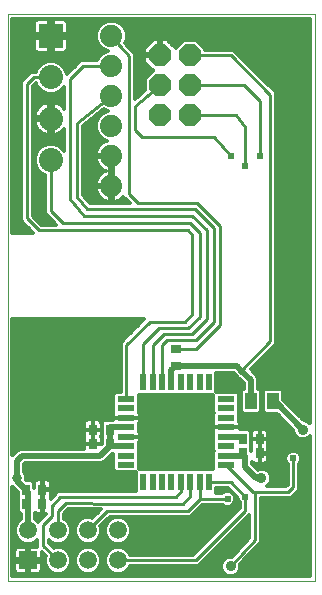
<source format=gtl>
G75*
%MOIN*%
%OFA0B0*%
%FSLAX25Y25*%
%IPPOS*%
%LPD*%
%AMOC8*
5,1,8,0,0,1.08239X$1,22.5*
%
%ADD10C,0.00000*%
%ADD11R,0.02600X0.03700*%
%ADD12R,0.03700X0.02600*%
%ADD13C,0.07400*%
%ADD14OC8,0.07400*%
%ADD15R,0.05937X0.05937*%
%ADD16C,0.05937*%
%ADD17R,0.04000X0.05500*%
%ADD18R,0.08000X0.08000*%
%ADD19C,0.08000*%
%ADD20R,0.05800X0.02000*%
%ADD21R,0.02000X0.05800*%
%ADD22C,0.02000*%
%ADD23C,0.01000*%
%ADD24C,0.03169*%
%ADD25C,0.03562*%
%ADD26C,0.02400*%
%ADD27C,0.01200*%
D10*
X0001850Y0001600D02*
X0001850Y0190400D01*
X0104250Y0190400D01*
X0104212Y0001600D01*
X0001850Y0001600D01*
D11*
X0007850Y0027200D03*
X0007850Y0032000D03*
X0013450Y0032000D03*
X0013450Y0027200D03*
X0030288Y0047234D03*
X0030222Y0051977D03*
X0035822Y0051977D03*
X0035888Y0047234D03*
X0080250Y0048800D03*
X0080250Y0044094D03*
X0085850Y0044094D03*
X0085850Y0048800D03*
D12*
X0057850Y0073200D03*
X0057850Y0078800D03*
D13*
X0036450Y0133200D03*
X0036450Y0143200D03*
X0036450Y0153200D03*
X0036450Y0163200D03*
X0036450Y0173200D03*
X0036450Y0183200D03*
D14*
X0052650Y0176800D03*
X0052650Y0166800D03*
X0052650Y0156800D03*
X0062650Y0156800D03*
X0062650Y0166800D03*
X0062650Y0176800D03*
D15*
X0008646Y0008400D03*
D16*
X0008646Y0018400D03*
X0018646Y0018400D03*
X0018646Y0008400D03*
X0028646Y0008400D03*
X0028646Y0018400D03*
X0038646Y0018400D03*
X0038646Y0008400D03*
D17*
X0082950Y0061398D03*
X0090350Y0061398D03*
D18*
X0016250Y0183200D03*
D19*
X0016250Y0169420D03*
X0016250Y0155641D03*
X0016250Y0141861D03*
D20*
X0041350Y0062200D03*
X0041350Y0059100D03*
X0041350Y0055900D03*
X0041350Y0052800D03*
X0041350Y0049600D03*
X0041350Y0046500D03*
X0041350Y0043300D03*
X0041350Y0040200D03*
X0074750Y0040200D03*
X0074750Y0043300D03*
X0074750Y0046500D03*
X0074750Y0049600D03*
X0074750Y0052800D03*
X0074750Y0055900D03*
X0074750Y0059100D03*
X0074750Y0062200D03*
D21*
X0069050Y0067900D03*
X0065950Y0067900D03*
X0062750Y0067900D03*
X0059650Y0067900D03*
X0056450Y0067900D03*
X0053350Y0067900D03*
X0050150Y0067900D03*
X0047050Y0067900D03*
X0047050Y0034500D03*
X0050150Y0034500D03*
X0053350Y0034500D03*
X0056450Y0034500D03*
X0059650Y0034500D03*
X0062750Y0034500D03*
X0065950Y0034500D03*
X0069050Y0034500D03*
D22*
X0074750Y0043300D02*
X0079456Y0043300D01*
X0080250Y0044094D01*
X0081050Y0043294D01*
X0081050Y0039400D01*
X0084650Y0035800D01*
X0086450Y0035800D01*
X0080250Y0043200D02*
X0080250Y0044094D01*
X0080250Y0048800D02*
X0079450Y0049600D01*
X0074750Y0049600D01*
X0082950Y0061398D02*
X0082950Y0068497D01*
X0079748Y0071698D01*
X0078263Y0073184D01*
X0057866Y0073184D01*
X0057850Y0073200D01*
X0056450Y0071800D01*
X0056450Y0067900D01*
X0041350Y0052800D02*
X0035822Y0052800D01*
X0035822Y0051977D01*
X0035888Y0051977D01*
X0035888Y0047234D01*
X0035888Y0046500D01*
X0032588Y0043200D01*
X0006650Y0043200D01*
X0005050Y0041600D01*
X0005050Y0036000D01*
X0005050Y0034800D01*
X0007850Y0032000D01*
X0008646Y0031204D01*
X0008646Y0026404D01*
X0007850Y0027200D01*
X0008646Y0026404D02*
X0008646Y0018400D01*
X0035888Y0046500D02*
X0041350Y0046500D01*
X0090350Y0061398D02*
X0090852Y0061398D01*
X0100250Y0052000D01*
D23*
X0097050Y0042400D02*
X0097050Y0032800D01*
X0095450Y0031200D01*
X0084250Y0031200D01*
X0084250Y0015200D01*
X0076250Y0006400D01*
X0064490Y0008435D02*
X0081050Y0024995D01*
X0081050Y0029600D01*
X0076150Y0034500D01*
X0069050Y0034500D01*
X0069050Y0036000D01*
X0065950Y0034500D02*
X0065950Y0028900D01*
X0075132Y0028897D01*
X0083750Y0031200D02*
X0074750Y0040200D01*
X0083750Y0031200D02*
X0084250Y0031200D01*
X0065950Y0028900D02*
X0061850Y0024800D01*
X0035046Y0024800D01*
X0028646Y0018400D01*
X0025795Y0027385D02*
X0034606Y0027373D01*
X0060179Y0027373D01*
X0062750Y0029945D01*
X0062750Y0034500D01*
X0059650Y0034500D02*
X0059650Y0031400D01*
X0057850Y0029600D01*
X0019450Y0029600D01*
X0016612Y0026381D01*
X0016612Y0023088D01*
X0013687Y0020251D01*
X0013687Y0013359D01*
X0018646Y0008400D01*
X0018646Y0018400D02*
X0018650Y0018404D01*
X0018650Y0024800D01*
X0021235Y0027385D01*
X0025795Y0027385D01*
X0038646Y0008400D02*
X0064490Y0008435D01*
X0041350Y0062200D02*
X0041367Y0062217D01*
X0041367Y0080162D01*
X0049206Y0088000D01*
X0061050Y0088000D01*
X0063450Y0090400D01*
X0063450Y0116800D01*
X0061850Y0118400D01*
X0012250Y0118400D01*
X0008250Y0122400D01*
X0008250Y0167200D01*
X0010470Y0169420D01*
X0016250Y0169420D01*
X0022650Y0168800D02*
X0022650Y0128800D01*
X0027450Y0123200D01*
X0063450Y0123200D01*
X0068250Y0118400D01*
X0068250Y0088800D01*
X0063450Y0084000D01*
X0053850Y0084000D01*
X0050150Y0080300D01*
X0050150Y0067900D01*
X0050174Y0067924D01*
X0047050Y0067900D02*
X0047050Y0067900D01*
X0047050Y0080600D01*
X0052387Y0085936D01*
X0061838Y0085936D01*
X0065850Y0089600D01*
X0065850Y0117600D01*
X0062650Y0120800D01*
X0020250Y0120800D01*
X0016250Y0124800D01*
X0016250Y0141861D01*
X0025050Y0129600D02*
X0025050Y0154200D01*
X0036450Y0163200D01*
X0036450Y0173200D02*
X0027050Y0173200D01*
X0022650Y0168800D01*
X0036450Y0183200D02*
X0042250Y0176600D01*
X0042250Y0130600D01*
X0045250Y0127600D01*
X0064850Y0127600D01*
X0072650Y0119800D01*
X0072650Y0086800D01*
X0064650Y0078800D01*
X0057850Y0078800D01*
X0054874Y0081891D02*
X0064529Y0081877D01*
X0070650Y0088000D01*
X0070650Y0119200D01*
X0064250Y0125600D01*
X0028250Y0125600D01*
X0025050Y0129600D01*
X0046650Y0149600D02*
X0044250Y0152000D01*
X0044250Y0160000D01*
X0052650Y0166800D01*
X0062650Y0166800D02*
X0080650Y0166800D01*
X0085850Y0161600D01*
X0085850Y0143200D01*
X0081050Y0140000D02*
X0081050Y0152800D01*
X0077850Y0156800D01*
X0062650Y0156800D01*
X0070650Y0149600D02*
X0046650Y0149600D01*
X0062650Y0176800D02*
X0076250Y0176800D01*
X0089450Y0163600D01*
X0089450Y0081400D01*
X0079748Y0071698D01*
X0054874Y0081891D02*
X0053350Y0080300D01*
X0053350Y0067900D01*
X0076250Y0143300D02*
X0070650Y0149600D01*
D24*
X0005050Y0036000D03*
D25*
X0018650Y0036400D03*
X0076250Y0006400D03*
X0086450Y0035800D03*
X0093650Y0026200D03*
X0100250Y0052000D03*
D26*
X0097050Y0042400D03*
X0081050Y0029600D03*
X0075132Y0028897D03*
X0081050Y0140000D03*
X0085850Y0143200D03*
X0076250Y0143300D03*
D27*
X0088742Y0166995D02*
X0102645Y0166995D01*
X0102646Y0168193D02*
X0087544Y0168193D01*
X0086345Y0169392D02*
X0102646Y0169392D01*
X0102646Y0170590D02*
X0085147Y0170590D01*
X0083948Y0171789D02*
X0102646Y0171789D01*
X0102647Y0172987D02*
X0082750Y0172987D01*
X0081551Y0174186D02*
X0102647Y0174186D01*
X0102647Y0175384D02*
X0080353Y0175384D01*
X0079154Y0176583D02*
X0102647Y0176583D01*
X0102647Y0177781D02*
X0077956Y0177781D01*
X0077037Y0178700D02*
X0067750Y0178700D01*
X0067750Y0178912D01*
X0064762Y0181900D01*
X0060538Y0181900D01*
X0057791Y0179154D01*
X0054845Y0182100D01*
X0053050Y0182100D01*
X0053050Y0177200D01*
X0052250Y0177200D01*
X0052250Y0182100D01*
X0050455Y0182100D01*
X0047350Y0178995D01*
X0047350Y0177200D01*
X0052250Y0177200D01*
X0052250Y0176400D01*
X0047350Y0176400D01*
X0047350Y0174605D01*
X0050296Y0171659D01*
X0047550Y0168912D01*
X0047550Y0165116D01*
X0044150Y0162364D01*
X0044150Y0176539D01*
X0044197Y0177263D01*
X0044150Y0177316D01*
X0044150Y0177387D01*
X0043637Y0177900D01*
X0041012Y0180887D01*
X0041550Y0182186D01*
X0041550Y0184214D01*
X0040774Y0186089D01*
X0039339Y0187524D01*
X0037464Y0188300D01*
X0035436Y0188300D01*
X0033561Y0187524D01*
X0032126Y0186089D01*
X0031350Y0184214D01*
X0031350Y0182186D01*
X0032126Y0180311D01*
X0033561Y0178876D01*
X0035194Y0178200D01*
X0033561Y0177524D01*
X0032126Y0176089D01*
X0031717Y0175100D01*
X0026263Y0175100D01*
X0021650Y0170487D01*
X0021650Y0170495D01*
X0020828Y0172479D01*
X0019309Y0173998D01*
X0017324Y0174820D01*
X0015176Y0174820D01*
X0013191Y0173998D01*
X0011672Y0172479D01*
X0011192Y0171320D01*
X0009683Y0171320D01*
X0007463Y0169100D01*
X0006350Y0167987D01*
X0006350Y0121613D01*
X0010350Y0117613D01*
X0010363Y0117600D01*
X0003450Y0117600D01*
X0003450Y0188800D01*
X0102650Y0188800D01*
X0102623Y0054126D01*
X0102052Y0054697D01*
X0100883Y0055181D01*
X0100463Y0055181D01*
X0093750Y0061894D01*
X0093750Y0064727D01*
X0092930Y0065548D01*
X0087770Y0065548D01*
X0086950Y0064727D01*
X0086950Y0058068D01*
X0087770Y0057248D01*
X0091608Y0057248D01*
X0097069Y0051787D01*
X0097069Y0051367D01*
X0097553Y0050198D01*
X0098448Y0049303D01*
X0099617Y0048819D01*
X0100883Y0048819D01*
X0102052Y0049303D01*
X0102622Y0049873D01*
X0102613Y0003200D01*
X0003450Y0003200D01*
X0003450Y0033006D01*
X0005150Y0031306D01*
X0005150Y0024770D01*
X0005970Y0023950D01*
X0006246Y0023950D01*
X0006246Y0022134D01*
X0006172Y0022103D01*
X0004943Y0020875D01*
X0004278Y0019269D01*
X0004278Y0017531D01*
X0004943Y0015925D01*
X0006172Y0014697D01*
X0007777Y0014031D01*
X0009515Y0014031D01*
X0011121Y0014697D01*
X0011787Y0015363D01*
X0011787Y0012968D01*
X0009031Y0012968D01*
X0009031Y0008784D01*
X0013215Y0008784D01*
X0013215Y0011145D01*
X0014516Y0009844D01*
X0014278Y0009269D01*
X0014278Y0007531D01*
X0014943Y0005925D01*
X0016172Y0004697D01*
X0017777Y0004031D01*
X0019515Y0004031D01*
X0021121Y0004697D01*
X0022350Y0005925D01*
X0023015Y0007531D01*
X0023015Y0009269D01*
X0022350Y0010875D01*
X0021121Y0012103D01*
X0019515Y0012768D01*
X0017777Y0012768D01*
X0017203Y0012530D01*
X0015587Y0014146D01*
X0015587Y0015281D01*
X0016172Y0014697D01*
X0017777Y0014031D01*
X0019515Y0014031D01*
X0021121Y0014697D01*
X0022350Y0015925D01*
X0023015Y0017531D01*
X0023015Y0019269D01*
X0022350Y0020875D01*
X0021121Y0022103D01*
X0020550Y0022340D01*
X0020550Y0024013D01*
X0022022Y0025485D01*
X0025791Y0025485D01*
X0033035Y0025475D01*
X0030090Y0022530D01*
X0029515Y0022768D01*
X0027777Y0022768D01*
X0026172Y0022103D01*
X0024943Y0020875D01*
X0024278Y0019269D01*
X0024278Y0017531D01*
X0024943Y0015925D01*
X0026172Y0014697D01*
X0027777Y0014031D01*
X0029515Y0014031D01*
X0031121Y0014697D01*
X0032350Y0015925D01*
X0033015Y0017531D01*
X0033015Y0019269D01*
X0032777Y0019844D01*
X0035833Y0022900D01*
X0062637Y0022900D01*
X0063750Y0024013D01*
X0066737Y0027000D01*
X0073354Y0026998D01*
X0073659Y0026693D01*
X0074614Y0026297D01*
X0075649Y0026297D01*
X0076604Y0026693D01*
X0077336Y0027425D01*
X0077732Y0028380D01*
X0077732Y0029415D01*
X0077336Y0030370D01*
X0076604Y0031102D01*
X0075649Y0031497D01*
X0074614Y0031497D01*
X0073659Y0031102D01*
X0073355Y0030798D01*
X0071228Y0030799D01*
X0071450Y0031020D01*
X0071450Y0032600D01*
X0075363Y0032600D01*
X0078450Y0029513D01*
X0078450Y0029083D01*
X0078846Y0028127D01*
X0079150Y0027823D01*
X0079150Y0025782D01*
X0063702Y0010334D01*
X0042586Y0010305D01*
X0042350Y0010875D01*
X0041121Y0012103D01*
X0039515Y0012768D01*
X0037777Y0012768D01*
X0036172Y0012103D01*
X0034943Y0010875D01*
X0034278Y0009269D01*
X0034278Y0007531D01*
X0034943Y0005925D01*
X0036172Y0004697D01*
X0037777Y0004031D01*
X0039515Y0004031D01*
X0041121Y0004697D01*
X0042350Y0005925D01*
X0042590Y0006505D01*
X0064487Y0006535D01*
X0065277Y0006535D01*
X0065278Y0006536D01*
X0065280Y0006536D01*
X0065832Y0007091D01*
X0082350Y0023608D01*
X0082350Y0015935D01*
X0076574Y0009581D01*
X0075617Y0009581D01*
X0074448Y0009097D01*
X0073553Y0008202D01*
X0073069Y0007033D01*
X0073069Y0005767D01*
X0073553Y0004598D01*
X0074448Y0003703D01*
X0075617Y0003219D01*
X0076883Y0003219D01*
X0078052Y0003703D01*
X0078947Y0004598D01*
X0079431Y0005767D01*
X0079431Y0007033D01*
X0079419Y0007062D01*
X0085625Y0013888D01*
X0086150Y0014413D01*
X0086150Y0014465D01*
X0086185Y0014504D01*
X0086150Y0015245D01*
X0086150Y0029300D01*
X0096237Y0029300D01*
X0097837Y0030900D01*
X0098950Y0032013D01*
X0098950Y0040623D01*
X0099254Y0040927D01*
X0099650Y0041883D01*
X0099650Y0042917D01*
X0099254Y0043873D01*
X0098523Y0044604D01*
X0097567Y0045000D01*
X0096533Y0045000D01*
X0095577Y0044604D01*
X0094846Y0043873D01*
X0094450Y0042917D01*
X0094450Y0041883D01*
X0094846Y0040927D01*
X0095150Y0040623D01*
X0095150Y0033587D01*
X0094663Y0033100D01*
X0088244Y0033100D01*
X0088252Y0033103D01*
X0089147Y0033998D01*
X0089631Y0035167D01*
X0089631Y0036433D01*
X0089147Y0037602D01*
X0088252Y0038497D01*
X0087083Y0038981D01*
X0085817Y0038981D01*
X0085142Y0038702D01*
X0083450Y0040394D01*
X0083450Y0041081D01*
X0083568Y0040963D01*
X0083932Y0040753D01*
X0084339Y0040644D01*
X0085800Y0040644D01*
X0085800Y0044044D01*
X0085900Y0044044D01*
X0085900Y0044144D01*
X0085800Y0044144D01*
X0085800Y0047544D01*
X0085800Y0048750D01*
X0085900Y0048750D01*
X0085900Y0048850D01*
X0085800Y0048850D01*
X0085800Y0052250D01*
X0084339Y0052250D01*
X0083932Y0052141D01*
X0083568Y0051930D01*
X0083270Y0051632D01*
X0083059Y0051268D01*
X0082950Y0050861D01*
X0082950Y0048850D01*
X0085800Y0048850D01*
X0085800Y0048750D01*
X0082950Y0048750D01*
X0082950Y0046739D01*
X0083028Y0046447D01*
X0082950Y0046154D01*
X0082950Y0044788D01*
X0082950Y0051230D01*
X0082130Y0052050D01*
X0079250Y0052050D01*
X0079250Y0052800D01*
X0079250Y0054011D01*
X0079141Y0054418D01*
X0079050Y0054575D01*
X0079050Y0057480D01*
X0079030Y0057500D01*
X0079050Y0057520D01*
X0079050Y0063780D01*
X0078230Y0064600D01*
X0071450Y0064600D01*
X0071450Y0070784D01*
X0077269Y0070784D01*
X0078389Y0069664D01*
X0080550Y0067503D01*
X0080550Y0065548D01*
X0080370Y0065548D01*
X0079550Y0064727D01*
X0079550Y0058068D01*
X0080370Y0057248D01*
X0085530Y0057248D01*
X0086350Y0058068D01*
X0086350Y0064727D01*
X0085530Y0065548D01*
X0085350Y0065548D01*
X0085350Y0068974D01*
X0084985Y0069856D01*
X0082789Y0072052D01*
X0091350Y0080613D01*
X0091350Y0164387D01*
X0077037Y0178700D01*
X0067683Y0178980D02*
X0102648Y0178980D01*
X0102648Y0180178D02*
X0066484Y0180178D01*
X0065286Y0181377D02*
X0102648Y0181377D01*
X0102648Y0182575D02*
X0041550Y0182575D01*
X0041550Y0183774D02*
X0102649Y0183774D01*
X0102649Y0184972D02*
X0041236Y0184972D01*
X0040692Y0186171D02*
X0102649Y0186171D01*
X0102649Y0187369D02*
X0039493Y0187369D01*
X0041215Y0181377D02*
X0049731Y0181377D01*
X0048533Y0180178D02*
X0041635Y0180178D01*
X0042688Y0178980D02*
X0047350Y0178980D01*
X0047350Y0177781D02*
X0043756Y0177781D01*
X0044153Y0176583D02*
X0052250Y0176583D01*
X0052250Y0177781D02*
X0053050Y0177781D01*
X0053050Y0178980D02*
X0052250Y0178980D01*
X0052250Y0180178D02*
X0053050Y0180178D01*
X0053050Y0181377D02*
X0052250Y0181377D01*
X0055569Y0181377D02*
X0060014Y0181377D01*
X0058816Y0180178D02*
X0056767Y0180178D01*
X0050166Y0171789D02*
X0044150Y0171789D01*
X0044150Y0172987D02*
X0048968Y0172987D01*
X0047769Y0174186D02*
X0044150Y0174186D01*
X0044150Y0175384D02*
X0047350Y0175384D01*
X0049228Y0170590D02*
X0044150Y0170590D01*
X0044150Y0169392D02*
X0048029Y0169392D01*
X0047550Y0168193D02*
X0044150Y0168193D01*
X0044150Y0166995D02*
X0047550Y0166995D01*
X0047550Y0165796D02*
X0044150Y0165796D01*
X0044150Y0164598D02*
X0046910Y0164598D01*
X0045429Y0163399D02*
X0044150Y0163399D01*
X0035194Y0158200D02*
X0033561Y0157524D01*
X0032126Y0156089D01*
X0031350Y0154214D01*
X0031350Y0152186D01*
X0032126Y0150311D01*
X0033561Y0148876D01*
X0034971Y0148292D01*
X0034416Y0148112D01*
X0033672Y0147733D01*
X0032997Y0147243D01*
X0032407Y0146653D01*
X0031917Y0145978D01*
X0031538Y0145234D01*
X0031280Y0144441D01*
X0031150Y0143617D01*
X0031150Y0143600D01*
X0036050Y0143600D01*
X0036050Y0142800D01*
X0036850Y0142800D01*
X0036850Y0133600D01*
X0036050Y0133600D01*
X0036050Y0137900D01*
X0036050Y0142800D01*
X0031150Y0142800D01*
X0031150Y0142783D01*
X0031280Y0141959D01*
X0031538Y0141166D01*
X0031917Y0140422D01*
X0032407Y0139747D01*
X0032997Y0139157D01*
X0033672Y0138667D01*
X0034416Y0138288D01*
X0034687Y0138200D01*
X0034416Y0138112D01*
X0033672Y0137733D01*
X0032997Y0137243D01*
X0032407Y0136653D01*
X0031917Y0135978D01*
X0031538Y0135234D01*
X0031280Y0134441D01*
X0031150Y0133617D01*
X0031150Y0133600D01*
X0036050Y0133600D01*
X0036050Y0132800D01*
X0031150Y0132800D01*
X0031150Y0132783D01*
X0031280Y0131959D01*
X0031538Y0131166D01*
X0031917Y0130422D01*
X0032407Y0129747D01*
X0032997Y0129157D01*
X0033672Y0128667D01*
X0034416Y0128288D01*
X0035209Y0128030D01*
X0036033Y0127900D01*
X0036050Y0127900D01*
X0036050Y0132800D01*
X0036850Y0132800D01*
X0036850Y0127900D01*
X0036867Y0127900D01*
X0037691Y0128030D01*
X0038484Y0128288D01*
X0039228Y0128667D01*
X0039903Y0129157D01*
X0040454Y0129709D01*
X0042663Y0127500D01*
X0029163Y0127500D01*
X0026950Y0130266D01*
X0026950Y0153279D01*
X0033875Y0158746D01*
X0035194Y0158200D01*
X0034216Y0158605D02*
X0033696Y0158605D01*
X0033444Y0157406D02*
X0032178Y0157406D01*
X0032245Y0156208D02*
X0030660Y0156208D01*
X0031679Y0155009D02*
X0029142Y0155009D01*
X0027623Y0153811D02*
X0031350Y0153811D01*
X0031350Y0152612D02*
X0026950Y0152612D01*
X0026950Y0151414D02*
X0031670Y0151414D01*
X0032222Y0150215D02*
X0026950Y0150215D01*
X0026950Y0149017D02*
X0033421Y0149017D01*
X0033840Y0147818D02*
X0026950Y0147818D01*
X0026950Y0146620D02*
X0032384Y0146620D01*
X0031634Y0145421D02*
X0026950Y0145421D01*
X0026950Y0144223D02*
X0031246Y0144223D01*
X0031324Y0141826D02*
X0026950Y0141826D01*
X0026950Y0143024D02*
X0036050Y0143024D01*
X0036050Y0141826D02*
X0036850Y0141826D01*
X0036850Y0140627D02*
X0036050Y0140627D01*
X0036050Y0139429D02*
X0036850Y0139429D01*
X0036850Y0138230D02*
X0036050Y0138230D01*
X0036050Y0137032D02*
X0036850Y0137032D01*
X0036850Y0135833D02*
X0036050Y0135833D01*
X0036050Y0134635D02*
X0036850Y0134635D01*
X0036050Y0133436D02*
X0026950Y0133436D01*
X0026950Y0132238D02*
X0031236Y0132238D01*
X0031603Y0131039D02*
X0026950Y0131039D01*
X0027291Y0129841D02*
X0032339Y0129841D01*
X0033721Y0128642D02*
X0028249Y0128642D01*
X0026950Y0134635D02*
X0031343Y0134635D01*
X0031843Y0135833D02*
X0026950Y0135833D01*
X0026950Y0137032D02*
X0032786Y0137032D01*
X0034594Y0138230D02*
X0026950Y0138230D01*
X0026950Y0139429D02*
X0032726Y0139429D01*
X0031812Y0140627D02*
X0026950Y0140627D01*
X0020750Y0144998D02*
X0019309Y0146439D01*
X0017324Y0147261D01*
X0015176Y0147261D01*
X0013191Y0146439D01*
X0011672Y0144920D01*
X0010850Y0142936D01*
X0010850Y0140787D01*
X0011672Y0138803D01*
X0013191Y0137284D01*
X0014350Y0136804D01*
X0014350Y0124013D01*
X0015463Y0122900D01*
X0018063Y0120300D01*
X0013037Y0120300D01*
X0010150Y0123187D01*
X0010150Y0166413D01*
X0011211Y0167474D01*
X0011672Y0166362D01*
X0013191Y0164843D01*
X0015176Y0164020D01*
X0017324Y0164020D01*
X0019309Y0164843D01*
X0020750Y0166284D01*
X0020750Y0158974D01*
X0020521Y0159289D01*
X0019898Y0159912D01*
X0019185Y0160430D01*
X0018400Y0160831D01*
X0017561Y0161103D01*
X0016831Y0161219D01*
X0016831Y0156222D01*
X0015669Y0156222D01*
X0015669Y0161219D01*
X0014939Y0161103D01*
X0014100Y0160831D01*
X0013315Y0160430D01*
X0012602Y0159912D01*
X0011979Y0159289D01*
X0011460Y0158576D01*
X0011060Y0157791D01*
X0010788Y0156952D01*
X0010672Y0156222D01*
X0015669Y0156222D01*
X0015669Y0155060D01*
X0010672Y0155060D01*
X0010788Y0154330D01*
X0011060Y0153491D01*
X0011460Y0152706D01*
X0011979Y0151993D01*
X0012602Y0151370D01*
X0013315Y0150851D01*
X0014100Y0150451D01*
X0014939Y0150179D01*
X0015669Y0150063D01*
X0015669Y0155060D01*
X0016831Y0155060D01*
X0016831Y0150063D01*
X0017561Y0150179D01*
X0018400Y0150451D01*
X0019185Y0150851D01*
X0019898Y0151370D01*
X0020521Y0151993D01*
X0020750Y0152307D01*
X0020750Y0144998D01*
X0020750Y0145421D02*
X0020327Y0145421D01*
X0020750Y0146620D02*
X0018873Y0146620D01*
X0020750Y0147818D02*
X0010150Y0147818D01*
X0010150Y0146620D02*
X0013627Y0146620D01*
X0012173Y0145421D02*
X0010150Y0145421D01*
X0010150Y0144223D02*
X0011383Y0144223D01*
X0010887Y0143024D02*
X0010150Y0143024D01*
X0010150Y0141826D02*
X0010850Y0141826D01*
X0010916Y0140627D02*
X0010150Y0140627D01*
X0010150Y0139429D02*
X0011413Y0139429D01*
X0012244Y0138230D02*
X0010150Y0138230D01*
X0010150Y0137032D02*
X0013799Y0137032D01*
X0014350Y0135833D02*
X0010150Y0135833D01*
X0010150Y0134635D02*
X0014350Y0134635D01*
X0014350Y0133436D02*
X0010150Y0133436D01*
X0010150Y0132238D02*
X0014350Y0132238D01*
X0014350Y0131039D02*
X0010150Y0131039D01*
X0010150Y0129841D02*
X0014350Y0129841D01*
X0014350Y0128642D02*
X0010150Y0128642D01*
X0010150Y0127444D02*
X0014350Y0127444D01*
X0014350Y0126245D02*
X0010150Y0126245D01*
X0010150Y0125047D02*
X0014350Y0125047D01*
X0014515Y0123848D02*
X0010150Y0123848D01*
X0010687Y0122650D02*
X0015713Y0122650D01*
X0016912Y0121451D02*
X0011886Y0121451D01*
X0008909Y0119054D02*
X0003450Y0119054D01*
X0003450Y0117856D02*
X0010107Y0117856D01*
X0007710Y0120253D02*
X0003450Y0120253D01*
X0003450Y0121451D02*
X0006512Y0121451D01*
X0006350Y0122650D02*
X0003450Y0122650D01*
X0003450Y0123848D02*
X0006350Y0123848D01*
X0006350Y0125047D02*
X0003450Y0125047D01*
X0003450Y0126245D02*
X0006350Y0126245D01*
X0006350Y0127444D02*
X0003450Y0127444D01*
X0003450Y0128642D02*
X0006350Y0128642D01*
X0006350Y0129841D02*
X0003450Y0129841D01*
X0003450Y0131039D02*
X0006350Y0131039D01*
X0006350Y0132238D02*
X0003450Y0132238D01*
X0003450Y0133436D02*
X0006350Y0133436D01*
X0006350Y0134635D02*
X0003450Y0134635D01*
X0003450Y0135833D02*
X0006350Y0135833D01*
X0006350Y0137032D02*
X0003450Y0137032D01*
X0003450Y0138230D02*
X0006350Y0138230D01*
X0006350Y0139429D02*
X0003450Y0139429D01*
X0003450Y0140627D02*
X0006350Y0140627D01*
X0006350Y0141826D02*
X0003450Y0141826D01*
X0003450Y0143024D02*
X0006350Y0143024D01*
X0006350Y0144223D02*
X0003450Y0144223D01*
X0003450Y0145421D02*
X0006350Y0145421D01*
X0006350Y0146620D02*
X0003450Y0146620D01*
X0003450Y0147818D02*
X0006350Y0147818D01*
X0006350Y0149017D02*
X0003450Y0149017D01*
X0003450Y0150215D02*
X0006350Y0150215D01*
X0006350Y0151414D02*
X0003450Y0151414D01*
X0003450Y0152612D02*
X0006350Y0152612D01*
X0006350Y0153811D02*
X0003450Y0153811D01*
X0003450Y0155009D02*
X0006350Y0155009D01*
X0006350Y0156208D02*
X0003450Y0156208D01*
X0003450Y0157406D02*
X0006350Y0157406D01*
X0006350Y0158605D02*
X0003450Y0158605D01*
X0003450Y0159803D02*
X0006350Y0159803D01*
X0006350Y0161002D02*
X0003450Y0161002D01*
X0003450Y0162201D02*
X0006350Y0162201D01*
X0006350Y0163399D02*
X0003450Y0163399D01*
X0003450Y0164598D02*
X0006350Y0164598D01*
X0006350Y0165796D02*
X0003450Y0165796D01*
X0003450Y0166995D02*
X0006350Y0166995D01*
X0006556Y0168193D02*
X0003450Y0168193D01*
X0003450Y0169392D02*
X0007755Y0169392D01*
X0008953Y0170590D02*
X0003450Y0170590D01*
X0003450Y0171789D02*
X0011386Y0171789D01*
X0012180Y0172987D02*
X0003450Y0172987D01*
X0003450Y0174186D02*
X0013643Y0174186D01*
X0012039Y0177600D02*
X0015669Y0177600D01*
X0015669Y0182619D01*
X0016831Y0182619D01*
X0016831Y0177600D01*
X0020461Y0177600D01*
X0020868Y0177709D01*
X0021232Y0177920D01*
X0021530Y0178218D01*
X0021741Y0178582D01*
X0021850Y0178989D01*
X0021850Y0182619D01*
X0016831Y0182619D01*
X0016831Y0183781D01*
X0015669Y0183781D01*
X0015669Y0182619D01*
X0010650Y0182619D01*
X0010650Y0178989D01*
X0010759Y0178582D01*
X0010970Y0178218D01*
X0011268Y0177920D01*
X0011632Y0177709D01*
X0012039Y0177600D01*
X0011507Y0177781D02*
X0003450Y0177781D01*
X0003450Y0176583D02*
X0032620Y0176583D01*
X0031835Y0175384D02*
X0003450Y0175384D01*
X0003450Y0178980D02*
X0010653Y0178980D01*
X0010650Y0180178D02*
X0003450Y0180178D01*
X0003450Y0181377D02*
X0010650Y0181377D01*
X0010650Y0182575D02*
X0003450Y0182575D01*
X0003450Y0183774D02*
X0015669Y0183774D01*
X0015669Y0183781D02*
X0010650Y0183781D01*
X0010650Y0187411D01*
X0010759Y0187818D01*
X0010970Y0188182D01*
X0011268Y0188480D01*
X0011632Y0188691D01*
X0012039Y0188800D01*
X0015669Y0188800D01*
X0015669Y0183781D01*
X0016831Y0183781D02*
X0016831Y0188800D01*
X0020461Y0188800D01*
X0020868Y0188691D01*
X0021232Y0188480D01*
X0021530Y0188182D01*
X0021741Y0187818D01*
X0021850Y0187411D01*
X0021850Y0183781D01*
X0016831Y0183781D01*
X0016831Y0183774D02*
X0031350Y0183774D01*
X0031350Y0182575D02*
X0021850Y0182575D01*
X0021850Y0181377D02*
X0031685Y0181377D01*
X0032259Y0180178D02*
X0021850Y0180178D01*
X0021847Y0178980D02*
X0033458Y0178980D01*
X0034183Y0177781D02*
X0020992Y0177781D01*
X0018857Y0174186D02*
X0025349Y0174186D01*
X0024150Y0172987D02*
X0020320Y0172987D01*
X0021114Y0171789D02*
X0022952Y0171789D01*
X0021753Y0170590D02*
X0021610Y0170590D01*
X0020750Y0165796D02*
X0020262Y0165796D01*
X0020750Y0164598D02*
X0018717Y0164598D01*
X0020750Y0163399D02*
X0010150Y0163399D01*
X0010150Y0162201D02*
X0020750Y0162201D01*
X0020750Y0161002D02*
X0017872Y0161002D01*
X0016831Y0161002D02*
X0015669Y0161002D01*
X0014628Y0161002D02*
X0010150Y0161002D01*
X0010150Y0159803D02*
X0012493Y0159803D01*
X0011482Y0158605D02*
X0010150Y0158605D01*
X0010150Y0157406D02*
X0010935Y0157406D01*
X0010150Y0156208D02*
X0015669Y0156208D01*
X0015669Y0157406D02*
X0016831Y0157406D01*
X0016831Y0158605D02*
X0015669Y0158605D01*
X0015669Y0159803D02*
X0016831Y0159803D01*
X0016831Y0155009D02*
X0015669Y0155009D01*
X0015669Y0153811D02*
X0016831Y0153811D01*
X0016831Y0152612D02*
X0015669Y0152612D01*
X0015669Y0151414D02*
X0016831Y0151414D01*
X0016831Y0150215D02*
X0015669Y0150215D01*
X0014826Y0150215D02*
X0010150Y0150215D01*
X0010150Y0149017D02*
X0020750Y0149017D01*
X0020750Y0150215D02*
X0017674Y0150215D01*
X0019943Y0151414D02*
X0020750Y0151414D01*
X0020750Y0159803D02*
X0020007Y0159803D01*
X0013783Y0164598D02*
X0010150Y0164598D01*
X0010150Y0165796D02*
X0012238Y0165796D01*
X0011410Y0166995D02*
X0010732Y0166995D01*
X0015669Y0177781D02*
X0016831Y0177781D01*
X0016831Y0178980D02*
X0015669Y0178980D01*
X0015669Y0180178D02*
X0016831Y0180178D01*
X0016831Y0181377D02*
X0015669Y0181377D01*
X0015669Y0182575D02*
X0016831Y0182575D01*
X0016831Y0184972D02*
X0015669Y0184972D01*
X0015669Y0186171D02*
X0016831Y0186171D01*
X0016831Y0187369D02*
X0015669Y0187369D01*
X0015669Y0188568D02*
X0016831Y0188568D01*
X0021081Y0188568D02*
X0102650Y0188568D01*
X0102645Y0165796D02*
X0089941Y0165796D01*
X0091139Y0164598D02*
X0102645Y0164598D01*
X0102645Y0163399D02*
X0091350Y0163399D01*
X0091350Y0162201D02*
X0102644Y0162201D01*
X0102644Y0161002D02*
X0091350Y0161002D01*
X0091350Y0159803D02*
X0102644Y0159803D01*
X0102644Y0158605D02*
X0091350Y0158605D01*
X0091350Y0157406D02*
X0102643Y0157406D01*
X0102643Y0156208D02*
X0091350Y0156208D01*
X0091350Y0155009D02*
X0102643Y0155009D01*
X0102643Y0153811D02*
X0091350Y0153811D01*
X0091350Y0152612D02*
X0102642Y0152612D01*
X0102642Y0151414D02*
X0091350Y0151414D01*
X0091350Y0150215D02*
X0102642Y0150215D01*
X0102642Y0149017D02*
X0091350Y0149017D01*
X0091350Y0147818D02*
X0102641Y0147818D01*
X0102641Y0146620D02*
X0091350Y0146620D01*
X0091350Y0145421D02*
X0102641Y0145421D01*
X0102641Y0144223D02*
X0091350Y0144223D01*
X0091350Y0143024D02*
X0102641Y0143024D01*
X0102640Y0141826D02*
X0091350Y0141826D01*
X0091350Y0140627D02*
X0102640Y0140627D01*
X0102640Y0139429D02*
X0091350Y0139429D01*
X0091350Y0138230D02*
X0102640Y0138230D01*
X0102639Y0137032D02*
X0091350Y0137032D01*
X0091350Y0135833D02*
X0102639Y0135833D01*
X0102639Y0134635D02*
X0091350Y0134635D01*
X0091350Y0133436D02*
X0102639Y0133436D01*
X0102638Y0132238D02*
X0091350Y0132238D01*
X0091350Y0131039D02*
X0102638Y0131039D01*
X0102638Y0129841D02*
X0091350Y0129841D01*
X0091350Y0128642D02*
X0102638Y0128642D01*
X0102637Y0127444D02*
X0091350Y0127444D01*
X0091350Y0126245D02*
X0102637Y0126245D01*
X0102637Y0125047D02*
X0091350Y0125047D01*
X0091350Y0123848D02*
X0102637Y0123848D01*
X0102636Y0122650D02*
X0091350Y0122650D01*
X0091350Y0121451D02*
X0102636Y0121451D01*
X0102636Y0120253D02*
X0091350Y0120253D01*
X0091350Y0119054D02*
X0102636Y0119054D01*
X0102635Y0117856D02*
X0091350Y0117856D01*
X0091350Y0116657D02*
X0102635Y0116657D01*
X0102635Y0115459D02*
X0091350Y0115459D01*
X0091350Y0114260D02*
X0102635Y0114260D01*
X0102635Y0113062D02*
X0091350Y0113062D01*
X0091350Y0111863D02*
X0102634Y0111863D01*
X0102634Y0110665D02*
X0091350Y0110665D01*
X0091350Y0109466D02*
X0102634Y0109466D01*
X0102634Y0108268D02*
X0091350Y0108268D01*
X0091350Y0107069D02*
X0102633Y0107069D01*
X0102633Y0105870D02*
X0091350Y0105870D01*
X0091350Y0104672D02*
X0102633Y0104672D01*
X0102633Y0103473D02*
X0091350Y0103473D01*
X0091350Y0102275D02*
X0102632Y0102275D01*
X0102632Y0101076D02*
X0091350Y0101076D01*
X0091350Y0099878D02*
X0102632Y0099878D01*
X0102632Y0098679D02*
X0091350Y0098679D01*
X0091350Y0097481D02*
X0102631Y0097481D01*
X0102631Y0096282D02*
X0091350Y0096282D01*
X0091350Y0095084D02*
X0102631Y0095084D01*
X0102631Y0093885D02*
X0091350Y0093885D01*
X0091350Y0092687D02*
X0102630Y0092687D01*
X0102630Y0091488D02*
X0091350Y0091488D01*
X0091350Y0090290D02*
X0102630Y0090290D01*
X0102630Y0089091D02*
X0091350Y0089091D01*
X0091350Y0087893D02*
X0102629Y0087893D01*
X0102629Y0086694D02*
X0091350Y0086694D01*
X0091350Y0085496D02*
X0102629Y0085496D01*
X0102629Y0084297D02*
X0091350Y0084297D01*
X0091350Y0083099D02*
X0102629Y0083099D01*
X0102628Y0081900D02*
X0091350Y0081900D01*
X0091350Y0080702D02*
X0102628Y0080702D01*
X0102628Y0079503D02*
X0090240Y0079503D01*
X0089042Y0078305D02*
X0102628Y0078305D01*
X0102627Y0077106D02*
X0087843Y0077106D01*
X0086645Y0075908D02*
X0102627Y0075908D01*
X0102627Y0074709D02*
X0085446Y0074709D01*
X0084248Y0073511D02*
X0102627Y0073511D01*
X0102626Y0072312D02*
X0083049Y0072312D01*
X0083727Y0071114D02*
X0102626Y0071114D01*
X0102626Y0069915D02*
X0084926Y0069915D01*
X0085350Y0068717D02*
X0102626Y0068717D01*
X0102625Y0067518D02*
X0085350Y0067518D01*
X0085350Y0066320D02*
X0102625Y0066320D01*
X0102625Y0065121D02*
X0093356Y0065121D01*
X0093750Y0063923D02*
X0102625Y0063923D01*
X0102624Y0062724D02*
X0093750Y0062724D01*
X0094119Y0061526D02*
X0102624Y0061526D01*
X0102624Y0060327D02*
X0095317Y0060327D01*
X0096516Y0059129D02*
X0102624Y0059129D01*
X0102623Y0057930D02*
X0097714Y0057930D01*
X0098913Y0056732D02*
X0102623Y0056732D01*
X0102623Y0055533D02*
X0100111Y0055533D01*
X0102414Y0054334D02*
X0102623Y0054334D01*
X0102622Y0049540D02*
X0102289Y0049540D01*
X0102622Y0048342D02*
X0088750Y0048342D01*
X0088750Y0048750D02*
X0088750Y0046739D01*
X0088672Y0046447D01*
X0088750Y0046154D01*
X0088750Y0044144D01*
X0085900Y0044144D01*
X0085900Y0048750D01*
X0088750Y0048750D01*
X0088750Y0048850D02*
X0088750Y0050861D01*
X0088641Y0051268D01*
X0088430Y0051632D01*
X0088132Y0051930D01*
X0087768Y0052141D01*
X0087361Y0052250D01*
X0085900Y0052250D01*
X0085900Y0048850D01*
X0088750Y0048850D01*
X0088750Y0049540D02*
X0098211Y0049540D01*
X0097329Y0050739D02*
X0088750Y0050739D01*
X0088120Y0051937D02*
X0096918Y0051937D01*
X0095720Y0053136D02*
X0079250Y0053136D01*
X0079250Y0052800D02*
X0074750Y0052800D01*
X0074750Y0052800D01*
X0074750Y0052800D01*
X0070250Y0052800D01*
X0070250Y0054011D01*
X0070359Y0054418D01*
X0070450Y0054575D01*
X0070450Y0057480D01*
X0070470Y0057500D01*
X0070450Y0057520D01*
X0070450Y0063600D01*
X0064370Y0063600D01*
X0064350Y0063620D01*
X0064330Y0063600D01*
X0058070Y0063600D01*
X0058050Y0063620D01*
X0058030Y0063600D01*
X0051770Y0063600D01*
X0051750Y0063620D01*
X0051730Y0063600D01*
X0045650Y0063600D01*
X0045650Y0057675D01*
X0045741Y0057518D01*
X0045850Y0057111D01*
X0045850Y0055900D01*
X0041350Y0055900D01*
X0041350Y0055900D01*
X0045850Y0055900D01*
X0045850Y0054689D01*
X0045741Y0054282D01*
X0045650Y0054125D01*
X0045650Y0051375D01*
X0045741Y0051218D01*
X0045850Y0050811D01*
X0045850Y0049600D01*
X0041350Y0049600D01*
X0041350Y0049600D01*
X0045850Y0049600D01*
X0045850Y0048389D01*
X0045741Y0047982D01*
X0045650Y0047825D01*
X0045650Y0044920D01*
X0045630Y0044900D01*
X0045650Y0044880D01*
X0045650Y0038800D01*
X0051730Y0038800D01*
X0051750Y0038780D01*
X0051770Y0038800D01*
X0058030Y0038800D01*
X0058050Y0038780D01*
X0058070Y0038800D01*
X0064330Y0038800D01*
X0064350Y0038780D01*
X0064370Y0038800D01*
X0070450Y0038800D01*
X0070450Y0044880D01*
X0070470Y0044900D01*
X0070450Y0044920D01*
X0070450Y0051025D01*
X0070359Y0051182D01*
X0070250Y0051589D01*
X0070250Y0052800D01*
X0074750Y0052800D01*
X0079250Y0052800D01*
X0079163Y0054334D02*
X0094521Y0054334D01*
X0093323Y0055533D02*
X0079050Y0055533D01*
X0079050Y0056732D02*
X0092124Y0056732D01*
X0087344Y0065121D02*
X0085956Y0065121D01*
X0086350Y0063923D02*
X0086950Y0063923D01*
X0086950Y0062724D02*
X0086350Y0062724D01*
X0086350Y0061526D02*
X0086950Y0061526D01*
X0086950Y0060327D02*
X0086350Y0060327D01*
X0086350Y0059129D02*
X0086950Y0059129D01*
X0087088Y0057930D02*
X0086212Y0057930D01*
X0085900Y0051937D02*
X0085800Y0051937D01*
X0085800Y0050739D02*
X0085900Y0050739D01*
X0085900Y0049540D02*
X0085800Y0049540D01*
X0085800Y0048342D02*
X0085900Y0048342D01*
X0085900Y0047143D02*
X0085800Y0047143D01*
X0085800Y0045945D02*
X0085900Y0045945D01*
X0085900Y0044746D02*
X0085800Y0044746D01*
X0085900Y0044044D02*
X0088750Y0044044D01*
X0088750Y0042033D01*
X0088641Y0041626D01*
X0088430Y0041261D01*
X0088132Y0040963D01*
X0087768Y0040753D01*
X0087361Y0040644D01*
X0085900Y0040644D01*
X0085900Y0044044D01*
X0085900Y0043548D02*
X0085800Y0043548D01*
X0085800Y0042349D02*
X0085900Y0042349D01*
X0085900Y0041151D02*
X0085800Y0041151D01*
X0085269Y0038754D02*
X0085090Y0038754D01*
X0083892Y0039952D02*
X0095150Y0039952D01*
X0095150Y0038754D02*
X0087631Y0038754D01*
X0089166Y0037555D02*
X0095150Y0037555D01*
X0095150Y0036357D02*
X0089631Y0036357D01*
X0089627Y0035158D02*
X0095150Y0035158D01*
X0095150Y0033960D02*
X0089109Y0033960D01*
X0086150Y0029166D02*
X0102618Y0029166D01*
X0102618Y0030364D02*
X0097301Y0030364D01*
X0098500Y0031563D02*
X0102618Y0031563D01*
X0102618Y0032761D02*
X0098950Y0032761D01*
X0098950Y0033960D02*
X0102619Y0033960D01*
X0102619Y0035158D02*
X0098950Y0035158D01*
X0098950Y0036357D02*
X0102619Y0036357D01*
X0102619Y0037555D02*
X0098950Y0037555D01*
X0098950Y0038754D02*
X0102620Y0038754D01*
X0102620Y0039952D02*
X0098950Y0039952D01*
X0099347Y0041151D02*
X0102620Y0041151D01*
X0102620Y0042349D02*
X0099650Y0042349D01*
X0099389Y0043548D02*
X0102621Y0043548D01*
X0102621Y0044746D02*
X0098179Y0044746D01*
X0095921Y0044746D02*
X0088750Y0044746D01*
X0088750Y0043548D02*
X0094711Y0043548D01*
X0094450Y0042349D02*
X0088750Y0042349D01*
X0088320Y0041151D02*
X0094753Y0041151D01*
X0088750Y0045945D02*
X0102621Y0045945D01*
X0102621Y0047143D02*
X0088750Y0047143D01*
X0083580Y0051937D02*
X0082242Y0051937D01*
X0082950Y0050739D02*
X0082950Y0050739D01*
X0082950Y0049540D02*
X0082950Y0049540D01*
X0082950Y0048342D02*
X0082950Y0048342D01*
X0082950Y0047143D02*
X0082950Y0047143D01*
X0082950Y0045945D02*
X0082950Y0045945D01*
X0082950Y0044788D02*
X0082950Y0044788D01*
X0079688Y0057930D02*
X0079050Y0057930D01*
X0079050Y0059129D02*
X0079550Y0059129D01*
X0079550Y0060327D02*
X0079050Y0060327D01*
X0079050Y0061526D02*
X0079550Y0061526D01*
X0079550Y0062724D02*
X0079050Y0062724D01*
X0078907Y0063923D02*
X0079550Y0063923D01*
X0079944Y0065121D02*
X0071450Y0065121D01*
X0071450Y0066320D02*
X0080550Y0066320D01*
X0080535Y0067518D02*
X0071450Y0067518D01*
X0071450Y0068717D02*
X0079336Y0068717D01*
X0078138Y0069915D02*
X0071450Y0069915D01*
X0070450Y0062724D02*
X0045650Y0062724D01*
X0045650Y0061526D02*
X0070450Y0061526D01*
X0070450Y0060327D02*
X0045650Y0060327D01*
X0045650Y0059129D02*
X0070450Y0059129D01*
X0070450Y0057930D02*
X0045650Y0057930D01*
X0045850Y0056732D02*
X0070450Y0056732D01*
X0070450Y0055533D02*
X0045850Y0055533D01*
X0045755Y0054334D02*
X0070337Y0054334D01*
X0070250Y0053136D02*
X0045650Y0053136D01*
X0045650Y0051937D02*
X0070250Y0051937D01*
X0070450Y0050739D02*
X0045850Y0050739D01*
X0045850Y0049540D02*
X0070450Y0049540D01*
X0070450Y0048342D02*
X0045837Y0048342D01*
X0045650Y0047143D02*
X0070450Y0047143D01*
X0070450Y0045945D02*
X0045650Y0045945D01*
X0045650Y0044746D02*
X0070450Y0044746D01*
X0070450Y0043548D02*
X0045650Y0043548D01*
X0045650Y0042349D02*
X0070450Y0042349D01*
X0070450Y0041151D02*
X0045650Y0041151D01*
X0045650Y0039952D02*
X0070450Y0039952D01*
X0071450Y0031563D02*
X0076400Y0031563D01*
X0077338Y0030364D02*
X0077599Y0030364D01*
X0077732Y0029166D02*
X0078450Y0029166D01*
X0079006Y0027967D02*
X0077561Y0027967D01*
X0076680Y0026769D02*
X0079150Y0026769D01*
X0078938Y0025570D02*
X0065307Y0025570D01*
X0064109Y0024372D02*
X0077739Y0024372D01*
X0076541Y0023173D02*
X0062910Y0023173D01*
X0063750Y0024013D02*
X0063750Y0024013D01*
X0066506Y0026769D02*
X0073583Y0026769D01*
X0075342Y0021975D02*
X0041250Y0021975D01*
X0041121Y0022103D02*
X0039515Y0022768D01*
X0037777Y0022768D01*
X0036172Y0022103D01*
X0034943Y0020875D01*
X0034278Y0019269D01*
X0034278Y0017531D01*
X0034943Y0015925D01*
X0036172Y0014697D01*
X0037777Y0014031D01*
X0039515Y0014031D01*
X0041121Y0014697D01*
X0042350Y0015925D01*
X0043015Y0017531D01*
X0043015Y0019269D01*
X0042350Y0020875D01*
X0041121Y0022103D01*
X0042391Y0020776D02*
X0074144Y0020776D01*
X0072945Y0019578D02*
X0042887Y0019578D01*
X0043015Y0018379D02*
X0071747Y0018379D01*
X0070548Y0017181D02*
X0042870Y0017181D01*
X0042373Y0015982D02*
X0069350Y0015982D01*
X0068151Y0014784D02*
X0041208Y0014784D01*
X0040437Y0012387D02*
X0065754Y0012387D01*
X0066953Y0013585D02*
X0016148Y0013585D01*
X0016085Y0014784D02*
X0015587Y0014784D01*
X0014370Y0009990D02*
X0013215Y0009990D01*
X0013215Y0008791D02*
X0014278Y0008791D01*
X0014278Y0007593D02*
X0013215Y0007593D01*
X0013215Y0008016D02*
X0013215Y0005221D01*
X0013106Y0004814D01*
X0012895Y0004449D01*
X0012597Y0004151D01*
X0012232Y0003941D01*
X0011825Y0003831D01*
X0009031Y0003831D01*
X0009031Y0008016D01*
X0009031Y0008784D01*
X0008262Y0008784D01*
X0008262Y0008016D01*
X0004078Y0008016D01*
X0004078Y0005221D01*
X0004187Y0004814D01*
X0004398Y0004449D01*
X0004695Y0004151D01*
X0005060Y0003941D01*
X0005467Y0003831D01*
X0008262Y0003831D01*
X0008262Y0008016D01*
X0009031Y0008016D01*
X0013215Y0008016D01*
X0013215Y0006394D02*
X0014749Y0006394D01*
X0015673Y0005196D02*
X0013208Y0005196D01*
X0012330Y0003997D02*
X0074154Y0003997D01*
X0073306Y0005196D02*
X0041620Y0005196D01*
X0042544Y0006394D02*
X0073069Y0006394D01*
X0073301Y0007593D02*
X0066334Y0007593D01*
X0067533Y0008791D02*
X0074142Y0008791D01*
X0071128Y0012387D02*
X0079125Y0012387D01*
X0080214Y0013585D02*
X0072327Y0013585D01*
X0073525Y0014784D02*
X0081304Y0014784D01*
X0082350Y0015982D02*
X0074724Y0015982D01*
X0075922Y0017181D02*
X0082350Y0017181D01*
X0082350Y0018379D02*
X0077121Y0018379D01*
X0078319Y0019578D02*
X0082350Y0019578D01*
X0082350Y0020776D02*
X0079518Y0020776D01*
X0080716Y0021975D02*
X0082350Y0021975D01*
X0082350Y0023173D02*
X0081915Y0023173D01*
X0086150Y0023173D02*
X0102617Y0023173D01*
X0102616Y0021975D02*
X0086150Y0021975D01*
X0086150Y0020776D02*
X0102616Y0020776D01*
X0102616Y0019578D02*
X0086150Y0019578D01*
X0086150Y0018379D02*
X0102616Y0018379D01*
X0102615Y0017181D02*
X0086150Y0017181D01*
X0086150Y0015982D02*
X0102615Y0015982D01*
X0102615Y0014784D02*
X0086172Y0014784D01*
X0085350Y0013585D02*
X0102615Y0013585D01*
X0102614Y0012387D02*
X0084260Y0012387D01*
X0083171Y0011188D02*
X0102614Y0011188D01*
X0102614Y0009990D02*
X0082081Y0009990D01*
X0080991Y0008791D02*
X0102614Y0008791D01*
X0102613Y0007593D02*
X0079902Y0007593D01*
X0079431Y0006394D02*
X0102613Y0006394D01*
X0102613Y0005196D02*
X0079194Y0005196D01*
X0078346Y0003997D02*
X0102613Y0003997D01*
X0102617Y0024372D02*
X0086150Y0024372D01*
X0086150Y0025570D02*
X0102617Y0025570D01*
X0102617Y0026769D02*
X0086150Y0026769D01*
X0086150Y0027967D02*
X0102617Y0027967D01*
X0078035Y0011188D02*
X0069930Y0011188D01*
X0068731Y0009990D02*
X0076945Y0009990D01*
X0064556Y0011188D02*
X0042036Y0011188D01*
X0036855Y0012387D02*
X0030437Y0012387D01*
X0031121Y0012103D02*
X0029515Y0012768D01*
X0027777Y0012768D01*
X0026172Y0012103D01*
X0024943Y0010875D01*
X0024278Y0009269D01*
X0024278Y0007531D01*
X0024943Y0005925D01*
X0026172Y0004697D01*
X0027777Y0004031D01*
X0029515Y0004031D01*
X0031121Y0004697D01*
X0032350Y0005925D01*
X0033015Y0007531D01*
X0033015Y0009269D01*
X0032350Y0010875D01*
X0031121Y0012103D01*
X0032036Y0011188D02*
X0035256Y0011188D01*
X0034576Y0009990D02*
X0032716Y0009990D01*
X0033015Y0008791D02*
X0034278Y0008791D01*
X0034278Y0007593D02*
X0033015Y0007593D01*
X0032544Y0006394D02*
X0034749Y0006394D01*
X0035673Y0005196D02*
X0031620Y0005196D01*
X0026855Y0012387D02*
X0020437Y0012387D01*
X0021208Y0014784D02*
X0026085Y0014784D01*
X0024919Y0015982D02*
X0022373Y0015982D01*
X0022870Y0017181D02*
X0024423Y0017181D01*
X0024278Y0018379D02*
X0023015Y0018379D01*
X0022887Y0019578D02*
X0024406Y0019578D01*
X0024902Y0020776D02*
X0022391Y0020776D01*
X0021250Y0021975D02*
X0026043Y0021975D01*
X0020909Y0024372D02*
X0031931Y0024372D01*
X0030733Y0023173D02*
X0020550Y0023173D01*
X0016350Y0028957D02*
X0016350Y0029261D01*
X0016259Y0029600D01*
X0016350Y0029939D01*
X0016350Y0031950D01*
X0013500Y0031950D01*
X0013500Y0032050D01*
X0013400Y0032050D01*
X0013400Y0035450D01*
X0011939Y0035450D01*
X0011532Y0035341D01*
X0011168Y0035130D01*
X0010870Y0034832D01*
X0010659Y0034468D01*
X0010550Y0034061D01*
X0010550Y0032694D01*
X0010550Y0032694D01*
X0010550Y0034430D01*
X0009730Y0035250D01*
X0007994Y0035250D01*
X0007977Y0035267D01*
X0008034Y0035406D01*
X0008034Y0036594D01*
X0007580Y0037690D01*
X0007450Y0037820D01*
X0007450Y0040606D01*
X0007644Y0040800D01*
X0033066Y0040800D01*
X0033948Y0041165D01*
X0036766Y0043984D01*
X0037050Y0043984D01*
X0037050Y0038620D01*
X0037870Y0037800D01*
X0044650Y0037800D01*
X0044650Y0031500D01*
X0020168Y0031500D01*
X0020116Y0031546D01*
X0019390Y0031500D01*
X0018663Y0031500D01*
X0018614Y0031451D01*
X0018545Y0031447D01*
X0018064Y0030901D01*
X0017550Y0030387D01*
X0017550Y0030318D01*
X0016350Y0028957D01*
X0016350Y0029166D02*
X0016534Y0029166D01*
X0016350Y0030364D02*
X0017550Y0030364D01*
X0016350Y0031563D02*
X0044650Y0031563D01*
X0044650Y0032761D02*
X0016350Y0032761D01*
X0016350Y0032050D02*
X0016350Y0034061D01*
X0016241Y0034468D01*
X0016030Y0034832D01*
X0015732Y0035130D01*
X0015368Y0035341D01*
X0014961Y0035450D01*
X0013500Y0035450D01*
X0013500Y0032050D01*
X0016350Y0032050D01*
X0016350Y0033960D02*
X0044650Y0033960D01*
X0044650Y0035158D02*
X0015684Y0035158D01*
X0013500Y0035158D02*
X0013400Y0035158D01*
X0013400Y0033960D02*
X0013500Y0033960D01*
X0013500Y0032761D02*
X0013400Y0032761D01*
X0013400Y0031950D02*
X0013500Y0031950D01*
X0013500Y0028550D01*
X0013500Y0027250D01*
X0013400Y0027250D01*
X0013400Y0031950D01*
X0013400Y0031563D02*
X0013500Y0031563D01*
X0013500Y0030364D02*
X0013400Y0030364D01*
X0013400Y0029166D02*
X0013500Y0029166D01*
X0013500Y0027967D02*
X0013400Y0027967D01*
X0013400Y0027150D02*
X0013500Y0027150D01*
X0013500Y0023750D01*
X0014565Y0023750D01*
X0012917Y0022151D01*
X0012900Y0022151D01*
X0012354Y0021605D01*
X0011981Y0021243D01*
X0011121Y0022103D01*
X0011046Y0022134D01*
X0011046Y0024191D01*
X0011168Y0024070D01*
X0011532Y0023859D01*
X0011939Y0023750D01*
X0013400Y0023750D01*
X0013400Y0027150D01*
X0013400Y0026769D02*
X0013500Y0026769D01*
X0013500Y0025570D02*
X0013400Y0025570D01*
X0013400Y0024372D02*
X0013500Y0024372D01*
X0013971Y0023173D02*
X0011046Y0023173D01*
X0011250Y0021975D02*
X0012724Y0021975D01*
X0011787Y0014784D02*
X0011208Y0014784D01*
X0011787Y0013585D02*
X0003450Y0013585D01*
X0003450Y0012387D02*
X0004433Y0012387D01*
X0004398Y0012351D02*
X0004187Y0011986D01*
X0004078Y0011579D01*
X0004078Y0008784D01*
X0008262Y0008784D01*
X0008262Y0012968D01*
X0005467Y0012968D01*
X0005060Y0012859D01*
X0004695Y0012649D01*
X0004398Y0012351D01*
X0004078Y0011188D02*
X0003450Y0011188D01*
X0003450Y0009990D02*
X0004078Y0009990D01*
X0004078Y0008791D02*
X0003450Y0008791D01*
X0003450Y0007593D02*
X0004078Y0007593D01*
X0004078Y0006394D02*
X0003450Y0006394D01*
X0003450Y0005196D02*
X0004085Y0005196D01*
X0003450Y0003997D02*
X0004962Y0003997D01*
X0008262Y0003997D02*
X0009031Y0003997D01*
X0009031Y0005196D02*
X0008262Y0005196D01*
X0008262Y0006394D02*
X0009031Y0006394D01*
X0009031Y0007593D02*
X0008262Y0007593D01*
X0008262Y0008791D02*
X0009031Y0008791D01*
X0009031Y0009990D02*
X0008262Y0009990D01*
X0008262Y0011188D02*
X0009031Y0011188D01*
X0009031Y0012387D02*
X0008262Y0012387D01*
X0006085Y0014784D02*
X0003450Y0014784D01*
X0003450Y0015982D02*
X0004919Y0015982D01*
X0004423Y0017181D02*
X0003450Y0017181D01*
X0003450Y0018379D02*
X0004278Y0018379D01*
X0004406Y0019578D02*
X0003450Y0019578D01*
X0003450Y0020776D02*
X0004902Y0020776D01*
X0006043Y0021975D02*
X0003450Y0021975D01*
X0003450Y0023173D02*
X0006246Y0023173D01*
X0005548Y0024372D02*
X0003450Y0024372D01*
X0003450Y0025570D02*
X0005150Y0025570D01*
X0005150Y0026769D02*
X0003450Y0026769D01*
X0003450Y0027967D02*
X0005150Y0027967D01*
X0005150Y0029166D02*
X0003450Y0029166D01*
X0003450Y0030364D02*
X0005150Y0030364D01*
X0004893Y0031563D02*
X0003450Y0031563D01*
X0003450Y0032761D02*
X0003695Y0032761D01*
X0007636Y0037555D02*
X0044650Y0037555D01*
X0044650Y0036357D02*
X0008034Y0036357D01*
X0009822Y0035158D02*
X0011216Y0035158D01*
X0010550Y0033960D02*
X0010550Y0033960D01*
X0010550Y0032761D02*
X0010550Y0032761D01*
X0007450Y0038754D02*
X0037050Y0038754D01*
X0037050Y0039952D02*
X0007450Y0039952D01*
X0003691Y0043635D02*
X0005291Y0045235D01*
X0006173Y0045600D01*
X0027388Y0045600D01*
X0027388Y0047184D01*
X0030238Y0047184D01*
X0030238Y0047284D01*
X0030238Y0050684D01*
X0030172Y0050684D01*
X0030172Y0051927D01*
X0027322Y0051927D01*
X0027322Y0049916D01*
X0027431Y0049509D01*
X0027441Y0049492D01*
X0027388Y0049294D01*
X0027388Y0047284D01*
X0030238Y0047284D01*
X0030338Y0047284D01*
X0030338Y0048527D01*
X0030272Y0048527D01*
X0030272Y0051927D01*
X0030172Y0051927D01*
X0030172Y0052027D01*
X0027322Y0052027D01*
X0027322Y0054038D01*
X0027431Y0054444D01*
X0027642Y0054809D01*
X0027940Y0055107D01*
X0028305Y0055318D01*
X0028712Y0055427D01*
X0030172Y0055427D01*
X0030172Y0052027D01*
X0030272Y0052027D01*
X0030272Y0055427D01*
X0031733Y0055427D01*
X0032140Y0055318D01*
X0032505Y0055107D01*
X0032803Y0054809D01*
X0033013Y0054444D01*
X0033122Y0054038D01*
X0033122Y0052027D01*
X0030272Y0052027D01*
X0030272Y0051927D01*
X0033122Y0051927D01*
X0033122Y0049916D01*
X0033069Y0049719D01*
X0033079Y0049701D01*
X0033188Y0049294D01*
X0033188Y0047284D01*
X0030339Y0047284D01*
X0030339Y0047184D01*
X0033178Y0047184D01*
X0033188Y0047194D01*
X0033188Y0049481D01*
X0033122Y0049547D01*
X0033122Y0054407D01*
X0033942Y0055227D01*
X0036850Y0055227D01*
X0036850Y0055900D01*
X0041350Y0055900D01*
X0041350Y0055900D01*
X0036850Y0055900D01*
X0036850Y0057111D01*
X0036959Y0057518D01*
X0037050Y0057675D01*
X0037050Y0063780D01*
X0037870Y0064600D01*
X0039467Y0064600D01*
X0039467Y0080949D01*
X0040580Y0082062D01*
X0047319Y0088800D01*
X0003450Y0088800D01*
X0003450Y0043394D01*
X0003691Y0043635D01*
X0003604Y0043548D02*
X0003450Y0043548D01*
X0003450Y0044746D02*
X0004802Y0044746D01*
X0003450Y0045945D02*
X0027388Y0045945D01*
X0027388Y0047143D02*
X0003450Y0047143D01*
X0003450Y0048342D02*
X0027388Y0048342D01*
X0027423Y0049540D02*
X0003450Y0049540D01*
X0003450Y0050739D02*
X0027322Y0050739D01*
X0027322Y0053136D02*
X0003450Y0053136D01*
X0003450Y0054334D02*
X0027402Y0054334D01*
X0030172Y0054334D02*
X0030272Y0054334D01*
X0030272Y0053136D02*
X0030172Y0053136D01*
X0030172Y0051937D02*
X0003450Y0051937D01*
X0003450Y0055533D02*
X0036850Y0055533D01*
X0036850Y0056732D02*
X0003450Y0056732D01*
X0003450Y0057930D02*
X0037050Y0057930D01*
X0037050Y0059129D02*
X0003450Y0059129D01*
X0003450Y0060327D02*
X0037050Y0060327D01*
X0037050Y0061526D02*
X0003450Y0061526D01*
X0003450Y0062724D02*
X0037050Y0062724D01*
X0037193Y0063923D02*
X0003450Y0063923D01*
X0003450Y0065121D02*
X0039467Y0065121D01*
X0039467Y0066320D02*
X0003450Y0066320D01*
X0003450Y0067518D02*
X0039467Y0067518D01*
X0039467Y0068717D02*
X0003450Y0068717D01*
X0003450Y0069915D02*
X0039467Y0069915D01*
X0039467Y0071114D02*
X0003450Y0071114D01*
X0003450Y0072312D02*
X0039467Y0072312D01*
X0039467Y0073511D02*
X0003450Y0073511D01*
X0003450Y0074709D02*
X0039467Y0074709D01*
X0039467Y0075908D02*
X0003450Y0075908D01*
X0003450Y0077106D02*
X0039467Y0077106D01*
X0039467Y0078305D02*
X0003450Y0078305D01*
X0003450Y0079503D02*
X0039467Y0079503D01*
X0039467Y0080702D02*
X0003450Y0080702D01*
X0003450Y0081900D02*
X0040419Y0081900D01*
X0041617Y0083099D02*
X0003450Y0083099D01*
X0003450Y0084297D02*
X0042816Y0084297D01*
X0044014Y0085496D02*
X0003450Y0085496D01*
X0003450Y0086694D02*
X0045213Y0086694D01*
X0046411Y0087893D02*
X0003450Y0087893D01*
X0030272Y0051937D02*
X0033122Y0051937D01*
X0033122Y0050739D02*
X0033122Y0050739D01*
X0033122Y0049540D02*
X0033129Y0049540D01*
X0033188Y0048342D02*
X0033188Y0048342D01*
X0030338Y0048342D02*
X0030238Y0048342D01*
X0030238Y0049540D02*
X0030272Y0049540D01*
X0030272Y0050739D02*
X0030172Y0050739D01*
X0033122Y0053136D02*
X0033122Y0053136D01*
X0033122Y0054334D02*
X0033043Y0054334D01*
X0036330Y0043548D02*
X0037050Y0043548D01*
X0037050Y0042349D02*
X0035132Y0042349D01*
X0033913Y0041151D02*
X0037050Y0041151D01*
X0036043Y0021975D02*
X0034908Y0021975D01*
X0034902Y0020776D02*
X0033709Y0020776D01*
X0034406Y0019578D02*
X0032887Y0019578D01*
X0033015Y0018379D02*
X0034278Y0018379D01*
X0034423Y0017181D02*
X0032870Y0017181D01*
X0032373Y0015982D02*
X0034919Y0015982D01*
X0036085Y0014784D02*
X0031208Y0014784D01*
X0025256Y0011188D02*
X0022036Y0011188D01*
X0022716Y0009990D02*
X0024576Y0009990D01*
X0024278Y0008791D02*
X0023015Y0008791D01*
X0023015Y0007593D02*
X0024278Y0007593D01*
X0024749Y0006394D02*
X0022544Y0006394D01*
X0021620Y0005196D02*
X0025673Y0005196D01*
X0036050Y0128642D02*
X0036850Y0128642D01*
X0036850Y0129841D02*
X0036050Y0129841D01*
X0036050Y0131039D02*
X0036850Y0131039D01*
X0036850Y0132238D02*
X0036050Y0132238D01*
X0039179Y0128642D02*
X0041521Y0128642D01*
X0012557Y0151414D02*
X0010150Y0151414D01*
X0010150Y0152612D02*
X0011528Y0152612D01*
X0010956Y0153811D02*
X0010150Y0153811D01*
X0010150Y0155009D02*
X0010680Y0155009D01*
X0010650Y0184972D02*
X0003450Y0184972D01*
X0003450Y0186171D02*
X0010650Y0186171D01*
X0010650Y0187369D02*
X0003450Y0187369D01*
X0003450Y0188568D02*
X0011419Y0188568D01*
X0021850Y0187369D02*
X0033407Y0187369D01*
X0032208Y0186171D02*
X0021850Y0186171D01*
X0021850Y0184972D02*
X0031664Y0184972D01*
M02*

</source>
